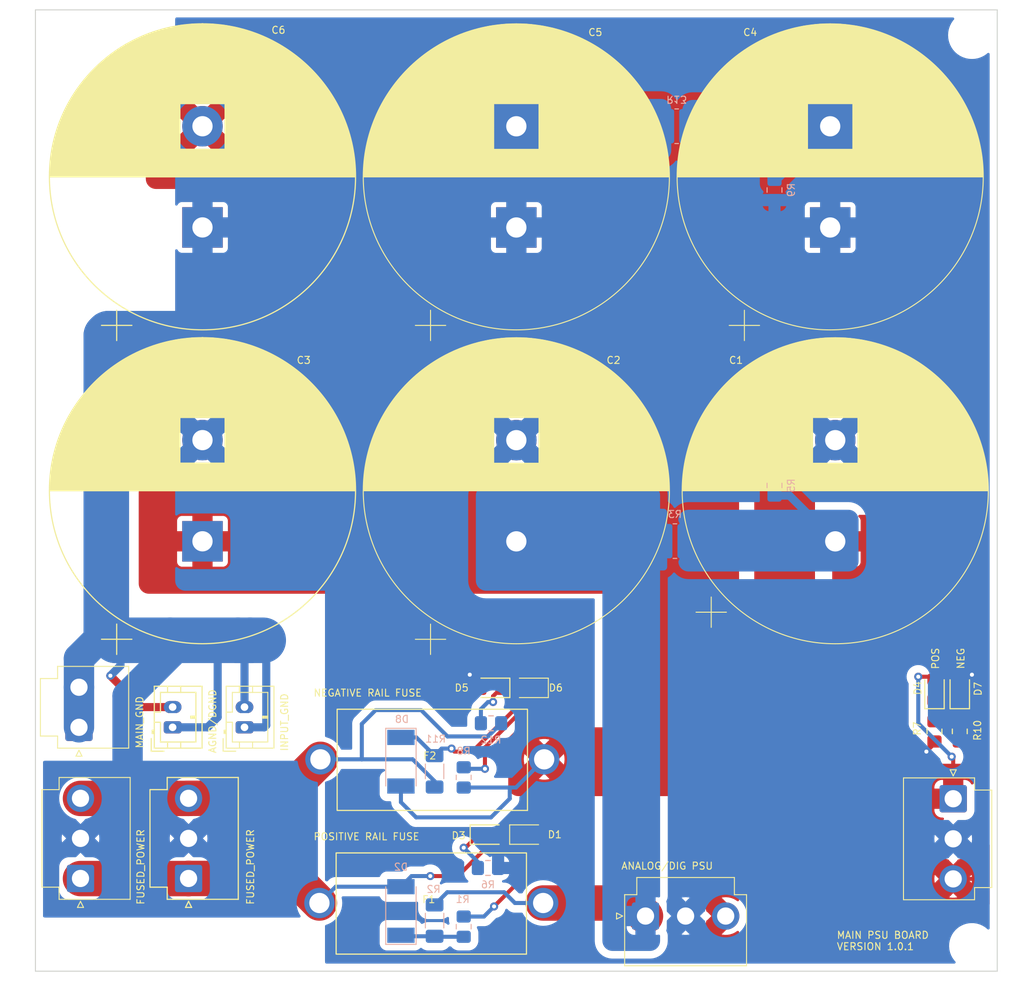
<source format=kicad_pcb>
(kicad_pcb (version 20211014) (generator pcbnew)
  (layers (0 "F.Cu" signal) (31 "B.Cu" signal) (34 "B.Paste" user) (35 "F.Paste" user) (36 "B.SilkS" user "B.Silkscreen") (37 "F.SilkS" user "F.Silkscreen") (38 "B.Mask" user) (39 "F.Mask" user) (44 "Edge.Cuts" user))
  (net 0 "")
  (net 1 "PGND")
  (net 2 "Net-(D1-Pad2)")
  (net 3 "Net-(D2-Pad1)")
  (net 4 "Net-(D3-Pad1)")
  (net 5 "Net-(D4-Pad1)")
  (net 6 "Net-(D5-Pad1)")
  (net 7 "VP1")
  (net 8 "VM1")
  (net 9 "VPOUT")
  (net 10 "VMOUT")
  (net 11 "Net-(D6-Pad2)")
  (net 12 "VPEXT")
  (net 13 "VMEXT")
  (net 14 "Net-(D7-Pad1)")
  (net 15 "Net-(D6-Pad1)")
  (footprint "Capacitor_THT:CP_Radial_D30.0mm_P10.00mm_SnapIn" (layer "F.Cu") (at 181 96.522935 90)
    (fp_text reference "C2" (at 17.900001 9.6 unlocked) (layer "F.SilkS") (effects (font (size 0.7 0.7) (thickness 0.1))))
    (fp_text value "15000U")
    (pad "1" thru_hole rect (at 0 0 90) (size 4 4) (drill 2) (layers *.Cu *.Mask) (net 12 "VPEXT"))
    (pad "2" thru_hole circle (at 10 0 90) (size 4 4) (drill 2) (layers *.Cu *.Mask) (net 1 "PGND"))
  )
  (footprint "MountingHole:MountingHole_3.2mm_M3" (layer "F.Cu") (at 226 46.5)
    (fp_text reference "H4" hide)
    (fp_text value "MountingHole")
    (pad "" np_thru_hole circle (at 0 0) (size 3.2 3.2) (drill 3.2) (layers *.Cu *.Mask))
  )
  (footprint "LED_SMD:LED_0805_2012Metric_Pad1.15x1.40mm_HandSolder" (layer "F.Cu") (at 222.3 111.2 90)
    (fp_text reference "D4" (at 0.175 -1.65 90 unlocked) (layer "F.SilkS") (effects (font (size 0.7 0.7) (thickness 0.1))))
    (fp_text value "YELLOW")
    (pad "1" smd roundrect (at -1.025 0 90) (size 1.15 1.4) (layers "F.Cu" "F.Paste" "F.Mask") (roundrect_rratio 0.2173913043) (net 5 "Net-(D4-Pad1)"))
    (pad "2" smd roundrect (at 1.025 0 90) (size 1.15 1.4) (layers "F.Cu" "F.Paste" "F.Mask") (roundrect_rratio 0.2173913043) (net 7 "VP1"))
  )
  (footprint "Capacitor_THT:CP_Radial_D30.0mm_P10.00mm_SnapIn" (layer "F.Cu") (at 212.5 96.522934 90)
    (fp_text reference "C1" (at 17.9 -9.8 unlocked) (layer "F.SilkS") (effects (font (size 0.7 0.7) (thickness 0.1))))
    (fp_text value "15000U")
    (pad "1" thru_hole rect (at 0 0 90) (size 4 4) (drill 2) (layers *.Cu *.Mask) (net 7 "VP1"))
    (pad "2" thru_hole circle (at 10 0 90) (size 4 4) (drill 2) (layers *.Cu *.Mask) (net 1 "PGND"))
  )
  (footprint "Connector_JST:JST_VH_B3P-VH_1x03_P3.96mm_Vertical" (layer "F.Cu") (at 148.625 129.8375 90)
    (fp_text reference "J3" hide)
    (fp_text value "Conn_01x03_Male")
    (pad "1" thru_hole roundrect (at 0 0 90) (size 2.7 2.7) (drill 1.7) (layers *.Cu *.Mask) (roundrect_rratio 0.09259296296) (net 9 "VPOUT"))
    (pad "2" thru_hole circle (at 3.96 0 90) (size 2.7 2.7) (drill 1.7) (layers *.Cu *.Mask) (net 1 "PGND"))
    (pad "3" thru_hole circle (at 7.92 0 90) (size 2.7 2.7) (drill 1.7) (layers *.Cu *.Mask) (net 10 "VMOUT"))
  )
  (footprint "MountingHole:MountingHole_3.2mm_M3" (layer "F.Cu") (at 136 136.5)
    (fp_text reference "H2" hide)
    (fp_text value "MountingHole")
    (pad "" np_thru_hole circle (at 0 0) (size 3.2 3.2) (drill 3.2) (layers *.Cu *.Mask))
  )
  (footprint "Connector_JST:JST_VH_B3P-VH_1x03_P3.96mm_Vertical" (layer "F.Cu") (at 137.95 129.8375 90)
    (fp_text reference "J2" hide)
    (fp_text value "Conn_01x03_Male")
    (pad "1" thru_hole roundrect (at 0 0 90) (size 2.7 2.7) (drill 1.7) (layers *.Cu *.Mask) (roundrect_rratio 0.09259296296) (net 9 "VPOUT"))
    (pad "2" thru_hole circle (at 3.96 0 90) (size 2.7 2.7) (drill 1.7) (layers *.Cu *.Mask) (net 1 "PGND"))
    (pad "3" thru_hole circle (at 7.92 0 90) (size 2.7 2.7) (drill 1.7) (layers *.Cu *.Mask) (net 10 "VMOUT"))
  )
  (footprint "Connector_JST:JST_VH_B2P-VH-B_1x02_P3.96mm_Vertical" (layer "F.Cu") (at 137.8 114.9 90)
    (fp_text reference "J6" hide)
    (fp_text value "Conn_01x02_Male")
    (pad "1" thru_hole roundrect (at 0 0 90) (size 2.7 2.7) (drill 1.7) (layers *.Cu *.Mask) (roundrect_rratio 0.09259296296) (net 1 "PGND"))
    (pad "2" thru_hole circle (at 3.96 0 90) (size 2.7 2.7) (drill 1.7) (layers *.Cu *.Mask) (net 1 "PGND"))
  )
  (footprint "Capacitor_THT:CP_Radial_D30.0mm_P10.00mm_SnapIn" (layer "F.Cu") (at 212 65.505 90)
    (fp_text reference "C4" (at 19.282066 -7.9 unlocked) (layer "F.SilkS") (effects (font (size 0.7 0.7) (thickness 0.1))))
    (fp_text value "15000U")
    (pad "1" thru_hole rect (at 0 0 90) (size 4 4) (drill 2) (layers *.Cu *.Mask) (net 1 "PGND"))
    (pad "2" thru_hole circle (at 10 0 90) (size 4 4) (drill 2) (layers *.Cu *.Mask) (net 8 "VM1"))
  )
  (footprint "LED_SMD:LED_0805_2012Metric_Pad1.15x1.40mm_HandSolder" (layer "F.Cu") (at 182.2 125.5)
    (fp_text reference "D1" (at 2.6 0 unlocked) (layer "F.SilkS") (effects (font (size 0.7 0.7) (thickness 0.1))))
    (fp_text value "RED")
    (pad "1" smd roundrect (at -1.025 0) (size 1.15 1.4) (layers "F.Cu" "F.Paste" "F.Mask") (roundrect_rratio 0.2173913043) (net 9 "VPOUT"))
    (pad "2" smd roundrect (at 1.025 0) (size 1.15 1.4) (layers "F.Cu" "F.Paste" "F.Mask") (roundrect_rratio 0.2173913043) (net 2 "Net-(D1-Pad2)"))
  )
  (footprint "LED_SMD:LED_0805_2012Metric_Pad1.15x1.40mm_HandSolder" (layer "F.Cu") (at 178.3 125.5)
    (fp_text reference "D3" (at -3 0.1 unlocked) (layer "F.SilkS") (effects (font (size 0.7 0.7) (thickness 0.1))))
    (fp_text value "YELLOW")
    (pad "1" smd roundrect (at -1.025 0) (size 1.15 1.4) (layers "F.Cu" "F.Paste" "F.Mask") (roundrect_rratio 0.2173913043) (net 4 "Net-(D3-Pad1)"))
    (pad "2" smd roundrect (at 1.025 0) (size 1.15 1.4) (layers "F.Cu" "F.Paste" "F.Mask") (roundrect_rratio 0.2173913043) (net 9 "VPOUT"))
  )
  (footprint "Resistor_SMD:R_0805_2012Metric_Pad1.20x1.40mm_HandSolder" (layer "F.Cu") (at 224.8 115.3 -90)
    (fp_text reference "R10" (at -0.1 -1.75 90 unlocked) (layer "F.SilkS") (effects (font (size 0.7 0.7) (thickness 0.1))))
    (fp_text value "9.1K")
    (pad "1" smd roundrect (at -1 0 270) (size 1.2 1.4) (layers "F.Cu" "F.Paste" "F.Mask") (roundrect_rratio 0.2083333333) (net 14 "Net-(D7-Pad1)"))
    (pad "2" smd roundrect (at 1 0 270) (size 1.2 1.4) (layers "F.Cu" "F.Paste" "F.Mask") (roundrect_rratio 0.2083333333) (net 8 "VM1"))
  )
  (footprint "LED_SMD:LED_0805_2012Metric_Pad1.15x1.40mm_HandSolder" (layer "F.Cu") (at 224.8 111.2 90)
    (fp_text reference "D7" (at 0.1 1.8 90 unlocked) (layer "F.SilkS") (effects (font (size 0.7 0.7) (thickness 0.1))))
    (fp_text value "BLUE")
    (pad "1" smd roundrect (at -1.025 0 90) (size 1.15 1.4) (layers "F.Cu" "F.Paste" "F.Mask") (roundrect_rratio 0.2173913043) (net 14 "Net-(D7-Pad1)"))
    (pad "2" smd roundrect (at 1.025 0 90) (size 1.15 1.4) (layers "F.Cu" "F.Paste" "F.Mask") (roundrect_rratio 0.2173913043) (net 1 "PGND"))
  )
  (footprint "Connector_JST:JST_PH_B2B-PH-K_1x02_P2.00mm_Vertical" (layer "F.Cu") (at 147.05 114.9 90)
    (fp_text reference "J5" hide)
    (fp_text value "Conn_01x02_Male")
    (pad "1" thru_hole roundrect (at 0 0 90) (size 1.2 1.75) (drill 0.75) (layers *.Cu *.Mask) (roundrect_rratio 0.2083333333) (net 1 "PGND"))
    (pad "2" thru_hole oval (at 2 0 90) (size 1.2 1.75) (drill 0.75) (layers *.Cu *.Mask) (net 1 "PGND"))
  )
  (footprint "LED_SMD:LED_0805_2012Metric_Pad1.15x1.40mm_HandSolder" (layer "F.Cu") (at 178.5 111 180)
    (fp_text reference "D5" (at 2.9 0 unlocked) (layer "F.SilkS") (effects (font (size 0.7 0.7) (thickness 0.1))))
    (fp_text value "BLUE")
    (pad "1" smd roundrect (at -1.025 0 180) (size 1.15 1.4) (layers "F.Cu" "F.Paste" "F.Mask") (roundrect_rratio 0.2173913043) (net 6 "Net-(D5-Pad1)"))
    (pad "2" smd roundrect (at 1.025 0 180) (size 1.15 1.4) (layers "F.Cu" "F.Paste" "F.Mask") (roundrect_rratio 0.2173913043) (net 1 "PGND"))
  )
  (footprint "Capacitor_THT:CP_Radial_D30.0mm_P10.00mm_SnapIn" (layer "F.Cu") (at 181 65.505 90)
    (fp_text reference "C5" (at 19.282066 7.8 unlocked) (layer "F.SilkS") (effects (font (size 0.7 0.7) (thickness 0.1))))
    (fp_text value "15000U")
    (pad "1" thru_hole rect (at 0 0 90) (size 4 4) (drill 2) (layers *.Cu *.Mask) (net 1 "PGND"))
    (pad "2" thru_hole circle (at 10 0 90) (size 4 4) (drill 2) (layers *.Cu *.Mask) (net 13 "VMEXT"))
  )
  (footprint "Connector_JST:JST_VH_B3P-VH_1x03_P3.96mm_Vertical" (layer "F.Cu") (at 224.15 121.9575 -90)
    (fp_text reference "J7" hide)
    (fp_text value "Conn_01x03_Male")
    (pad "1" thru_hole roundrect (at 0 0 270) (size 2.7 2.7) (drill 1.7) (layers *.Cu *.Mask) (roundrect_rratio 0.09259296296) (net 7 "VP1"))
    (pad "2" thru_hole circle (at 3.96 0 270) (size 2.7 2.7) (drill 1.7) (layers *.Cu *.Mask) (net 1 "PGND"))
    (pad "3" thru_hole circle (at 7.92 0 270) (size 2.7 2.7) (drill 1.7) (layers *.Cu *.Mask) (net 8 "VM1"))
  )
  (footprint "LED_SMD:LED_0805_2012Metric_Pad1.15x1.40mm_HandSolder" (layer "F.Cu") (at 182.3 111 180)
    (fp_text reference "D6" (at -2.6 0.004169 unlocked) (layer "F.SilkS") (effects (font (size 0.7 0.7) (thickness 0.1))))
    (fp_text value "RED")
    (pad "1" smd roundrect (at -1.025 0 180) (size 1.15 1.4) (layers "F.Cu" "F.Paste" "F.Mask") (roundrect_rratio 0.2173913043) (net 15 "Net-(D6-Pad1)"))
    (pad "2" smd roundrect (at 1.025 0 180) (size 1.15 1.4) (layers "F.Cu" "F.Paste" "F.Mask") (roundrect_rratio 0.2173913043) (net 11 "Net-(D6-Pad2)"))
  )
  (footprint "Fuse:5x20mm AliExpress 250V 6A" (layer "F.Cu") (at 172.35 125.7125 180)
    (fp_text reference "F1" (at 0 -6.2 unlocked) (layer "F.SilkS") (effects (font (size 0.7 0.7) (thickness 0.1))))
    (fp_text value "Fuse_Small")
    (pad "1" thru_hole circle (at -11.3 -6.55 180) (size 3 3) (drill 2) (layers *.Cu *.Mask) (net 12 "VPEXT"))
    (pad "2" thru_hole circle (at 10.8 -6.55 180) (size 3 3) (drill 2) (layers *.Cu *.Mask) (net 9 "VPOUT"))
  )
  (footprint "Connector_JST:JST_PH_B2B-PH-K_1x02_P2.00mm_Vertical" (layer "F.Cu") (at 154.15 114.9 90)
    (fp_text reference "J4" hide)
    (fp_text value "Conn_01x02_Male")
    (pad "1" thru_hole roundrect (at 0 0 90) (size 1.2 1.75) (drill 0.75) (layers *.Cu *.Mask) (roundrect_rratio 0.2083333333) (net 1 "PGND"))
    (pad "2" thru_hole oval (at 2 0 90) (size 1.2 1.75) (drill 0.75) (layers *.Cu *.Mask) (net 1 "PGND"))
  )
  (footprint "MountingHole:MountingHole_3mm" (layer "F.Cu") (at 226 136.5)
    (fp_text reference "H1" hide)
    (fp_text value "MountingHole")
    (pad "" np_thru_hole circle (at 0 0) (size 3 3) (drill 3) (layers *.Cu *.Mask))
  )
  (footprint "Capacitor_THT:CP_Radial_D30.0mm_P10.00mm_SnapIn" (layer "F.Cu") (at 150 65.5 90)
    (fp_text reference "C6" (at 19.5 7.5 unlocked) (layer "F.SilkS") (effects (font (size 0.7 0.7) (thickness 0.1))))
    (fp_text value "15000U")
    (pad "1" thru_hole rect (at 0 0 90) (size 4 4) (drill 2) (layers *.Cu *.Mask) (net 1 "PGND"))
    (pad "2" thru_hole circle (at 10 0 90) (size 4 4) (drill 2) (layers *.Cu *.Mask) (net 13 "VMEXT"))
  )
  (footprint "Capacitor_THT:CP_Radial_D30.0mm_P10.00mm_SnapIn" (layer "F.Cu") (at 150 96.517934 90)
    (fp_text reference "C3" (at 17.895 10 unlocked) (layer "F.SilkS") (effects (font (size 0.7 0.7) (thickness 0.1))))
    (fp_text value "15000U")
    (pad "1" thru_hole rect (at 0 0 90) (size 4 4) (drill 2) (layers *.Cu *.Mask) (net 12 "VPEXT"))
    (pad "2" thru_hole circle (at 10 0 90) (size 4 4) (drill 2) (layers *.Cu *.Mask) (net 1 "PGND"))
  )
  (footprint "Connector_JST:JST_VH_B3P-VH_1x03_P3.96mm_Vertical" (layer "F.Cu") (at 193.7575 133.55)
    (fp_text reference "J1" hide)
    (fp_text value "Conn_01x03_Male")
    (pad "1" thru_hole roundrect (at 0 0) (size 2.7 2.7) (drill 1.7) (layers *.Cu *.Mask) (roundrect_rratio 0.09259296296) (net 12 "VPEXT"))
    (pad "2" thru_hole circle (at 3.96 0) (size 2.7 2.7) (drill 1.7) (layers *.Cu *.Mask) (net 1 "PGND"))
    (pad "3" thru_hole circle (at 7.92 0) (size 2.7 2.7) (drill 1.7) (layers *.Cu *.Mask) (net 13 "VMEXT"))
  )
  (footprint "Fuse:5x20mm AliExpress 250V 6A" (layer "F.Cu") (at 172.45 111.5125 180)
    (fp_text reference "F2" (at 0 -6.2 unlocked) (layer "F.SilkS") (effects (font (size 0.7 0.7) (thickness 0.1))))
    (fp_text value "Fuse_Small")
    (pad "1" thru_hole circle (at -11.3 -6.55 180) (size 3 3) (drill 2) (layers *.Cu *.Mask) (net 13 "VMEXT"))
    (pad "2" thru_hole circle (at 10.8 -6.55 180) (size 3 3) (drill 2) (layers *.Cu *.Mask) (net 10 "VMOUT"))
  )
  (footprint "Resistor_SMD:R_0805_2012Metric_Pad1.20x1.40mm_HandSolder" (layer "F.Cu") (at 222.3 115.3 -90)
    (fp_text reference "R7" (at -0.275 1.7 90 unlocked) (layer "F.SilkS") (effects (font (size 0.7 0.7) (thickness 0.1))))
    (fp_text value "9.1K")
    (pad "1" smd roundrect (at -1 0 270) (size 1.2 1.4) (layers "F.Cu" "F.Paste" "F.Mask") (roundrect_rratio 0.2083333333) (net 5 "Net-(D4-Pad1)"))
    (pad "2" smd roundrect (at 1 0 270) (size 1.2 1.4) (layers "F.Cu" "F.Paste" "F.Mask") (roundrect_rratio 0.2083333333) (net 1 "PGND"))
  )
  (footprint "MountingHole:MountingHole_3mm" (layer "F.Cu") (at 136 46.5)
    (fp_text reference "H3" hide)
    (fp_text value "MountingHole")
    (pad "" np_thru_hole circle (at 0 0) (size 3 3) (drill 3) (layers *.Cu *.Mask))
  )
  (footprint "Diode_SMD:D_MELF" (layer "B.Cu") (at 169.6 118.3 -90)
    (fp_text reference "D8" (at -4.2 -0.1 unlocked) (layer "B.SilkS") (effects (font (size 0.7 0.7) (thickness 0.1)) (justify mirror)))
    (fp_text value "5V")
    (pad "1" smd rect (at -2.4 0 270) (size 1.5 2.7) (layers "B.Cu" "B.Paste" "B.Mask") (net 11 "Net-(D6-Pad2)"))
    (pad "2" smd rect (at 2.4 0 270) (size 1.5 2.7) (layers "B.Cu" "B.Paste" "B.Mask") (net 13 "VMEXT"))
  )
  (footprint "Resistor_SMD:R_1206_3216Metric_Pad1.30x1.75mm_HandSolder" (layer "B.Cu") (at 172.925 119.25 90)
    (fp_text reference "R11" (at 3.2 0.1 unlocked) (layer "B.SilkS") (effects (font (size 0.7 0.7) (thickness 0.1)) (justify mirror)))
    (fp_text value "3.5K")
    (pad "1" smd roundrect (at -1.55 0 90) (size 1.3 1.75) (layers "B.Cu" "B.Paste" "B.Mask") (roundrect_rratio 0.1923076923) (net 10 "VMOUT"))
    (pad "2" smd roundrect (at 1.55 0 90) (size 1.3 1.75) (layers "B.Cu" "B.Paste" "B.Mask") (roundrect_rratio 0.1923076923) (net 11 "Net-(D6-Pad2)"))
  )
  (footprint "Resistor_SMD:R_0612_1632Metric_Pad1.18x3.40mm_HandSolder" (layer "B.Cu") (at 196.8375 55.5 180)
    (fp_text reference "R13" (at 0 2.65 180 unlocked) (layer "B.SilkS") (effects (font (size 0.7 0.7) (thickness 0.1)) (justify mirror)))
    (fp_text value "0.05")
    (pad "1" smd roundrect (at -0.8375 0 180) (size 1.175 3.4) (layers "B.Cu" "B.Paste" "B.Mask") (roundrect_rratio 0.2127659574) (net 8 "VM1"))
    (pad "2" smd roundrect (at 0.8375 0 180) (size 1.175 3.4) (layers "B.Cu" "B.Paste" "B.Mask") (roundrect_rratio 0.2127659574) (net 13 "VMEXT"))
  )
  (footprint "Resistor_SMD:R_1206_3216Metric_Pad1.30x1.75mm_HandSolder" (layer "B.Cu") (at 172.925 134 -90)
    (fp_text reference "R2" (at -3.1 0.1 unlocked) (layer "B.SilkS") (effects (font (size 0.7 0.7) (thickness 0.1)) (justify mirror)))
    (fp_text value "3.5K")
    (pad "1" smd roundrect (at -1.55 0 270) (size 1.3 1.75) (layers "B.Cu" "B.Paste" "B.Mask") (roundrect_rratio 0.1923076923) (net 12 "VPEXT"))
    (pad "2" smd roundrect (at 1.55 0 270) (size 1.3 1.75) (layers "B.Cu" "B.Paste" "B.Mask") (roundrect_rratio 0.1923076923) (net 3 "Net-(D2-Pad1)"))
  )
  (footprint "Resistor_SMD:R_0805_2012Metric_Pad1.20x1.40mm_HandSolder" (layer "B.Cu") (at 178.5 114.5)
    (fp_text reference "R12" (at 0 1.65 unlocked) (layer "B.SilkS") (effects (font (size 0.7 0.7) (thickness 0.1)) (justify mirror)))
    (fp_text value "9.1K")
    (pad "1" smd roundrect (at -1 0) (size 1.2 1.4) (layers "B.Cu" "B.Paste" "B.Mask") (roundrect_rratio 0.2083333333) (net 6 "Net-(D5-Pad1)"))
    (pad "2" smd roundrect (at 1 0) (size 1.2 1.4) (layers "B.Cu" "B.Paste" "B.Mask") (roundrect_rratio 0.2083333333) (net 10 "VMOUT"))
  )
  (footprint "Resistor_SMD:R_0805_2012Metric_Pad1.20x1.40mm_HandSolder" (layer "B.Cu") (at 206.5 91 90)
    (fp_text reference "R5" (at 0 1.65 90 unlocked) (layer "B.SilkS") (effects (font (size 0.7 0.7) (thickness 0.1)) (justify mirror)))
    (fp_text value "20K")
    (pad "1" smd roundrect (at -1 0 90) (size 1.2 1.4) (layers "B.Cu" "B.Paste" "B.Mask") (roundrect_rratio 0.2083333333) (net 7 "VP1"))
    (pad "2" smd roundrect (at 1 0 90) (size 1.2 1.4) (layers "B.Cu" "B.Paste" "B.Mask") (roundrect_rratio 0.2083333333) (net 1 "PGND"))
  )
  (footprint "Resistor_SMD:R_0805_2012Metric_Pad1.20x1.40mm_HandSolder" (layer "B.Cu") (at 175.8 119.85 90)
    (fp_text reference "R8" (at 2.6 0 unlocked) (layer "B.SilkS") (effects (font (size 0.7 0.7) (thickness 0.1)) (justify mirror)))
    (fp_text value "560R")
    (pad "1" smd roundrect (at -1 0 90) (size 1.2 1.4) (layers "B.Cu" "B.Paste" "B.Mask") (roundrect_rratio 0.2083333333) (net 13 "VMEXT"))
    (pad "2" smd roundrect (at 1 0 90) (size 1.2 1.4) (layers "B.Cu" "B.Paste" "B.Mask") (roundrect_rratio 0.2083333333) (net 15 "Net-(D6-Pad1)"))
  )
  (footprint "Diode_SMD:D_MELF" (layer "B.Cu") (at 169.6 133.05 90)
    (fp_text reference "D2" (at 4.35 0 unlocked) (layer "B.SilkS") (effects (font (size 0.7 0.7) (thickness 0.1)) (justify mirror)))
    (fp_text value "5V")
    (pad "1" smd rect (at -2.4 0 90) (size 1.5 2.7) (layers "B.Cu" "B.Paste" "B.Mask") (net 3 "Net-(D2-Pad1)"))
    (pad "2" smd rect (at 2.4 0 90) (size 1.5 2.7) (layers "B.Cu" "B.Paste" "B.Mask") (net 9 "VPOUT"))
  )
  (footprint "Resistor_SMD:R_0805_2012Metric_Pad1.20x1.40mm_HandSolder" (layer "B.Cu") (at 206.5 61.8 90)
    (fp_text reference "R9" (at 0 1.65 90 unlocked) (layer "B.SilkS") (effects (font (size 0.7 0.7) (thickness 0.1)) (justify mirror)))
    (fp_text value "20K")
    (pad "1" smd roundrect (at -1 0 90) (size 1.2 1.4) (layers "B.Cu" "B.Paste" "B.Mask") (roundrect_rratio 0.2083333333) (net 1 "PGND"))
    (pad "2" smd roundrect (at 1 0 90) (size 1.2 1.4) (layers "B.Cu" "B.Paste" "B.Mask") (roundrect_rratio 0.2083333333) (net 8 "VM1"))
  )
  (footprint "Resistor_SMD:R_0612_1632Metric_Pad1.18x3.40mm_HandSolder" (layer "B.Cu") (at 196.6625 96.5 180)
    (fp_text reference "R3" (at 0 2.65 unlocked) (layer "B.SilkS") (effects (font (size 0.7 0.7) (thickness 0.1)) (justify mirror)))
    (fp_text value "0.05")
    (pad "1" smd roundrect (at -0.8375 0 180) (size 1.175 3.4) (layers "B.Cu" "B.Paste" "B.Mask") (roundrect_rratio 0.2127659574) (net 7 "VP1"))
    (pad "2" smd roundrect (at 0.8375 0 180) (size 1.175 3.4) (layers "B.Cu" "B.Paste" "B.Mask") (roundrect_rratio 0.2127659574) (net 12 "VPEXT"))
  )
  (footprint "Resistor_SMD:R_0805_2012Metric_Pad1.20x1.40mm_HandSolder" (layer "B.Cu") (at 175.8 134.6 90)
    (fp_text reference "R1" (at 2.7 -0.1 unlocked) (layer "B.SilkS") (effects (font (size 0.7 0.7) (thickness 0.1)) (justify mirror)))
    (fp_text value "560R")
    (pad "1" smd roundrect (at -1 0 90) (size 1.2 1.4) (layers "B.Cu" "B.Paste" "B.Mask") (roundrect_rratio 0.2083333333) (net 3 "Net-(D2-Pad1)"))
    (pad "2" smd roundrect (at 1 0 90) (size 1.2 1.4) (layers "B.Cu" "B.Paste" "B.Mask") (roundrect_rratio 0.2083333333) (net 2 "Net-(D1-Pad2)"))
  )
  (footprint "Resistor_SMD:R_0805_2012Metric_Pad1.20x1.40mm_HandSolder" (layer "B.Cu") (at 178.2 128.8)
    (fp_text reference "R6" (at 0 1.65 unlocked) (layer "B.SilkS") (effects (font (size 0.7 0.7) (thickness 0.1)) (justify mirror)))
    (fp_text value "9.1K")
    (pad "1" smd roundrect (at -1 0) (size 1.2 1.4) (layers "B.Cu" "B.Paste" "B.Mask") (roundrect_rratio 0.2083333333) (net 4 "Net-(D3-Pad1)"))
    (pad "2" smd roundrect (at 1 0) (size 1.2 1.4) (layers "B.Cu" "B.Paste" "B.Mask") (roundrect_rratio 0.2083333333) (net 1 "PGND"))
  )
  (gr_line (start 228.5 44) (end 133.5 44) (layer "Edge.Cuts") (width 0.1))
  (gr_line (start 228.5 139) (end 228.5 44) (layer "Edge.Cuts") (width 0.1))
  (gr_line (start 133.5 44) (end 133.5 139) (layer "Edge.Cuts") (width 0.1))
  (gr_line (start 133.5 139) (end 228.5 139) (layer "Edge.Cuts") (width 0.1))
  (gr_text "FUSED_POWER" (at 143.9 128.7 90) (layer "F.SilkS") (effects (font (size 0.7 0.7) (thickness 0.1))))
  (gr_text "ANALOG/DIG PSU" (at 195.9 128.6) (layer "F.SilkS") (effects (font (size 0.7 0.7) (thickness 0.1))))
  (gr_text "FUSED_POWER\n\n" (at 155.3 128.7 90) (layer "F.SilkS") (effects (font (size 0.7 0.7) (thickness 0.1))))
  (gr_text "MAIN PSU BOARD\nVERSION 1.0.1" (at 212.6 136) (layer "F.SilkS") (effects (font (size 0.7 0.7) (thickness 0.1)) (justify left)))
  (gr_text "POSITIVE RAIL FUSE" (at 166.2 125.7) (layer "F.SilkS") (effects (font (size 0.7 0.7) (thickness 0.1))))
  (gr_text "MAIN_GND" (at 143.8 114.4 90) (layer "F.SilkS") (effects (font (size 0.7 0.7) (thickness 0.1))))
  (gr_text "NEGATIVE RAIL FUSE" (at 166.316667 111.5) (layer "F.SilkS") (effects (font (size 0.7 0.7) (thickness 0.1))))
  (gr_text "POS" (at 222.4 108.1 90) (layer "F.SilkS") (effects (font (size 0.7 0.7) (thickness 0.1))))
  (gr_text "INPUT_GND" (at 158.1 114.4 90) (layer "F.SilkS") (effects (font (size 0.7 0.7) (thickness 0.1))))
  (gr_text "AGND/DGND" (at 151 114.3 90) (layer "F.SilkS") (effects (font (size 0.7 0.7) (thickness 0.1))))
  (gr_text "NEG\n" (at 224.9 108.1 90) (layer "F.SilkS") (effects (font (size 0.7 0.7) (thickness 0.1))))
  (segment (start 177.475 110.775) (end 176.4 109.7) (width 0.4) (layer "F.Cu") (net 1))
  (segment (start 144 112.9) (end 140.9 109.8) (width 0.8) (layer "F.Cu") (net 1))
  (segment (start 225.525 110.175) (end 226 109.7) (width 0.4) (layer "F.Cu") (net 1))
  (segment (start 222.3 116.5) (end 221.5 117.3) (width 0.4) (layer "F.Cu") (net 1))
  (segment (start 224.8 110.175) (end 225.525 110.175) (width 0.4) (layer "F.Cu") (net 1))
  (segment (start 147.05 112.9) (end 144 112.9) (width 0.8) (layer "F.Cu") (net 1))
  (via (at 176.4 109.7) (size 0.8) (drill 0.4) (layers "F.Cu" "B.Cu") (net 1))
  (via (at 226 109.7) (size 0.8) (drill 0.4) (layers "F.Cu" "B.Cu") (net 1))
  (via (at 221.5 117.3) (size 0.8) (drill 0.4) (layers "F.Cu" "B.Cu") (net 1))
  (via (at 140.9 109.8) (size 0.8) (drill 0.4) (layers "F.Cu" "B.Cu") (net 1))
  (segment (start 151.1 76) (end 140.7 76) (width 4.5) (layer "B.Cu") (net 1))
  (segment (start 150.5 114.9) (end 151.5 113.9) (width 0.8) (layer "B.Cu") (net 1))
  (segment (start 154.7 106.3) (end 156 106.3) (width 4.5) (layer "B.Cu") (net 1))
  (segment (start 156.3 106.6) (end 156 106.3) (width 0.8) (layer "B.Cu") (net 1))
  (segment (start 140.7 76) (end 140.5 76.2) (width 4.5) (layer "B.Cu") (net 1))
  (segment (start 141.9 106.8) (end 141.9 108.8) (width 0.8) (layer "B.Cu") (net 1))
  (segment (start 142.6 119.1) (end 142.6 111.8) (width 3) (layer "B.Cu") (net 1))
  (segment (start 146.8 107.6) (end 146.8 106.3) (width 3) (layer "B.Cu") (net 1))
  (segment (start 151.5 113.9) (end 151.5 108.3) (width 0.8) (layer "B.Cu") (net 1))
  (segment (start 156.1 114.9) (end 156.3 114.7) (width 0.8) (layer "B.Cu") (net 1))
  (segment (start 137.8 110.94) (end 137.8 108.1) (width 3) (layer "B.Cu") (net 1))
  (segment (start 146.8 106.3) (end 153.5 106.3) (width 4.5) (layer "B.Cu") (net 1))
  (segment (start 141.9 108.8) (end 140.9 109.8) (width 0.8) (layer "B.Cu") (net 1))
  (segment (start 151.5 108.3) (end 153.5 106.3) (width 0.8) (layer "B.Cu") (net 1))
  (segment (start 154.15 114.9) (end 156.1 114.9) (width 0.8) (layer "B.Cu") (net 1))
  (segment (start 141.1 106) (end 141.4 106.3) (width 4.5) (layer "B.Cu") (net 1))
  (segment (start 137.8 108.1) (end 140.5 105.4) (width 3) (layer "B.Cu") (net 1))
  (segment (start 141.4 106.3) (end 146.8 106.3) (width 4.5) (layer "B.Cu") (net 1))
  (segment (start 154.15 106.85) (end 154.7 106.3) (width 0.8) (layer "B.Cu") (net 1))
  (segment (start 156.3 114.7) (end 156.3 106.6) (width 0.8) (layer "B.Cu") (net 1))
  (segment (start 140.5 105.4) (end 141.1 106) (width 4.5) (layer "B.Cu") (net 1))
  (segment (start 142.6 111.8) (end 146.8 107.6) (width 3) (layer "B.Cu") (net 1))
  (segment (start 141.4 106.3) (end 141.9 106.8) (width 0.8) (layer "B.Cu") (net 1))
  (segment (start 147.05 114.9) (end 150.5 114.9) (width 0.8) (layer "B.Cu") (net 1))
  (segment (start 137.8 110.94) (end 137.8 114.9) (width 3) (layer "B.Cu") (net 1))
  (segment (start 140.5 76.2) (end 140.5 105.4) (width 4.5) (layer "B.Cu") (net 1))
  (segment (start 153.5 106.3) (end 154.7 106.3) (width 4.5) (layer "B.Cu") (net 1))
  (segment (start 154.15 112.9) (end 154.15 106.85) (width 0.8) (layer "B.Cu") (net 1))
  (segment (start 178.8 132.6) (end 182.4 129) (width 0.4) (layer "F.Cu") (net 2))
  (segment (start 182.4 126.325) (end 183.225 125.5) (width 0.4) (layer "F.Cu") (net 2))
  (segment (start 182.4 129) (end 182.4 126.325) (width 0.4) (layer "F.Cu") (net 2))
  (via (at 178.8 132.6) (size 0.8) (drill 0.4) (layers "F.Cu" "B.Cu") (net 2))
  (segment (start 175.8 133.6) (end 177.8 133.6) (width 0.4) (layer "B.Cu") (net 2))
  (segment (start 177.8 133.6) (end 178.8 132.6) (width 0.4) (layer "B.Cu") (net 2))
  (segment (start 175.8 135.6) (end 172.975 135.6) (width 0.4) (layer "B.Cu") (net 3))
  (segment (start 172.925 135.55) (end 169.7 135.55) (width 0.4) (layer "B.Cu") (net 3))
  (segment (start 175.8 126.8) (end 175.975 126.8) (width 0.4) (layer "F.Cu") (net 4))
  (segment (start 175.975 126.8) (end 177.275 125.5) (width 0.4) (layer "F.Cu") (net 4))
  (via (at 175.8 126.8) (size 0.8) (drill 0.4) (layers "F.Cu" "B.Cu") (net 4))
  (segment (start 177.2 128.8) (end 177.2 128.2) (width 0.4) (layer "B.Cu") (net 4))
  (segment (start 177.2 128.2) (end 175.8 126.8) (width 0.4) (layer "B.Cu") (net 4))
  (segment (start 222.3 112.225) (end 222.3 114.3) (width 0.4) (layer "F.Cu") (net 5))
  (segment (start 178.7 111.825) (end 179.525 111) (width 0.4) (layer "F.Cu") (net 6))
  (segment (start 178.7 112.4) (end 178.7 111.825) (width 0.4) (layer "F.Cu") (net 6))
  (via (at 178.7 112.4) (size 0.8) (drill 0.4) (layers "F.Cu" "B.Cu") (net 6))
  (segment (start 177.5 114.5) (end 177.5 113.1) (width 0.4) (layer "B.Cu") (net 6))
  (segment (start 177.5 113.1) (end 178.2 112.4) (width 0.4) (layer "B.Cu") (net 6))
  (segment (start 178.2 112.4) (end 178.7 112.4) (width 0.4) (layer "B.Cu") (net 6))
  (segment (start 224.15 121.9575) (end 224.15 117.95) (width 0.4) (layer "F.Cu") (net 7))
  (segment (start 220.7 109.9) (end 222.025 109.9) (width 0.4) (layer "F.Cu") (net 7))
  (segment (start 224.15 117.95) (end 224 117.8) (width 0.4) (layer "F.Cu") (net 7))
  (via (at 224 117.8) (size 0.8) (drill 0.4) (layers "F.Cu" "B.Cu") (net 7))
  (via (at 220.7 109.9) (size 0.8) (drill 0.4) (layers "F.Cu" "B.Cu") (net 7))
  (segment (start 207.977066 92) (end 212.5 96.522934) (width 0.8) (layer "B.Cu") (net 7))
  (segment (start 206.5 92) (end 207.977066 92) (width 0.8) (layer "B.Cu") (net 7))
  (segment (start 220.7 114.5) (end 220.7 109.9) (width 0.4) (layer "B.Cu") (net 7))
  (segment (start 224 117.8) (end 220.7 114.5) (width 0.4) (layer "B.Cu") (net 7))
  (segment (start 224.8 116.3) (end 227.1 118.6) (width 0.4) (layer "F.Cu") (net 8))
  (segment (start 227.1 118.6) (end 227.1 128.9) (width 0.4) (layer "F.Cu") (net 8))
  (segment (start 227.1 128.9) (end 226.1225 129.8775) (width 0.4) (layer "F.Cu") (net 8))
  (segment (start 226.1225 129.8775) (end 224.15 129.8775) (width 0.4) (layer "F.Cu") (net 8))
  (segment (start 206.705 60.8) (end 212 55.505) (width 0.8) (layer "B.Cu") (net 8))
  (segment (start 172.5 129.6) (end 175.225 129.6) (width 0.4) (layer "F.Cu") (net 9))
  (segment (start 148.625 129.8375) (end 159.125 129.8375) (width 3.5) (layer "F.Cu") (net 9))
  (segment (start 181.175 125.5) (end 179.325 125.5) (width 0.4) (layer "F.Cu") (net 9))
  (segment (start 148.615 129.8475) (end 148.625 129.8375) (width 3.5) (layer "F.Cu") (net 9))
  (segment (start 159.125 129.8375) (end 161.55 132.2625) (width 3.5) (layer "F.Cu") (net 9))
  (segment (start 179.325 125.5) (end 175.225 129.6) (width 0.4) (layer "F.Cu") (net 9))
  (segment (start 137.95 129.8475) (end 148.615 129.8475) (width 3.5) (layer "F.Cu") (net 9))
  (via (at 172.5 129.6) (size 0.8) (drill 0.4) (layers "F.Cu" "B.Cu") (net 9))
  (segment (start 163.1625 130.65) (end 161.55 132.2625) (width 0.4) (layer "B.Cu") (net 9))
  (segment (start 170.65 129.6) (end 169.6 130.65) (width 0.4) (layer "B.Cu") (net 9))
  (segment (start 169.6 130.65) (end 163.1625 130.65) (width 0.4) (layer "B.Cu") (net 9))
  (segment (start 172.5 129.6) (end 170.65 129.6) (width 0.4) (layer "B.Cu") (net 9))
  (segment (start 137.95 121.9275) (end 148.615 121.9275) (width 3.5) (layer "F.Cu") (net 10))
  (segment (start 157.795 121.9175) (end 161.65 118.0625) (width 3.5) (layer "F.Cu") (net 10))
  (segment (start 148.625 121.9175) (end 157.795 121.9175) (width 3.5) (layer "F.Cu") (net 10))
  (segment (start 148.615 121.9275) (end 148.625 121.9175) (width 3.5) (layer "F.Cu") (net 10))
  (segment (start 172.925 120.225) (end 170.7625 118.0625) (width 0.4) (layer "B.Cu") (net 10))
  (segment (start 179.5 114.5) (end 178.2 115.8) (width 0.4) (layer "B.Cu") (net 10))
  (segment (start 172.925 120.8) (end 172.925 120.225) (width 0.4) (layer "B.Cu") (net 10))
  (segment (start 165.7375 118.0625) (end 161.65 118.0625) (width 0.4) (layer "B.Cu") (net 10))
  (segment (start 167.1 113.2) (end 165.7375 114.5625) (width 0.4) (layer "B.Cu") (net 10))
  (segment (start 174.2 115.8) (end 171.6 113.2) (width 0.4) (layer "B.Cu") (net 10))
  (segment (start 178.2 115.8) (end 174.2 115.8) (width 0.4) (layer "B.Cu") (net 10))
  (segment (start 171.6 113.2) (end 167.1 113.2) (width 0.4) (layer "B.Cu") (net 10))
  (segment (start 165.7375 114.5625) (end 165.7375 118.0625) (width 0.4) (layer "B.Cu") (net 10))
  (segment (start 170.7625 118.0625) (end 165.7375 118.0625) (width 0.4) (layer "B.Cu") (net 10))
  (segment (start 181.275 111) (end 181.275 112.677178) (width 0.4) (layer "F.Cu") (net 11))
  (segment (start 181.275 112.677178) (end 176.652178 117.3) (width 0.4) (layer "F.Cu") (net 11))
  (segment (start 176.652178 117.3) (end 174.9 117.3) (width 0.4) (layer "F.Cu") (net 11))
  (segment (start 174.9 117.3) (end 174.6 117) (width 0.4) (layer "F.Cu") (net 11))
  (via (at 174.6 117) (size 0.8) (drill 0.4) (layers "F.Cu" "B.Cu") (net 11))
  (segment (start 171.125 115.9) (end 172.925 117.7) (width 0.4) (layer "B.Cu") (net 11))
  (segment (start 169.6 115.9) (end 171.125 115.9) (width 0.4) (layer "B.Cu") (net 11))
  (segment (start 173.625 117) (end 172.925 117.7) (width 0.4) (layer "B.Cu") (net 11))
  (segment (start 174.6 117) (end 173.625 117) (width 0.4) (layer "B.Cu") (net 11))
  (segment (start 192.47 132.2625) (end 193.7575 133.55) (width 3.5) (layer "F.Cu") (net 12))
  (segment (start 183.65 132.2625) (end 192.47 132.2625) (width 3.5) (layer "F.Cu") (net 12))
  (segment (start 179.8 131.2) (end 180.8625 132.2625) (width 0.4) (layer "B.Cu") (net 12))
  (segment (start 174.175 131.2) (end 179.8 131.2) (width 0.4) (layer "B.Cu") (net 12))
  (segment (start 172.925 132.45) (end 174.175 131.2) (width 0.4) (layer "B.Cu") (net 12))
  (segment (start 180.8625 132.2625) (end 183.65 132.2625) (width 0.4) (layer "B.Cu") (net 12))
  (segment (start 171.1 123.8) (end 178.5 123.8) (width 0.4) (layer "B.Cu") (net 13))
  (segment (start 175.8 120.85) (end 180.35 120.85) (width 0.4) (layer "B.Cu") (net 13))
  (segment (start 169.6 120.7) (end 169.6 122.3) (width 0.4) (layer "B.Cu") (net 13))
  (segment (start 180.35 121.95) (end 180.35 120.85) (width 0.4) (layer "B.Cu") (net 13))
  (segment (start 180.9625 120.85) (end 183.75 118.0625) (width 0.4) (layer "B.Cu") (net 13))
  (segment (start 169.6 122.3) (end 171.1 123.8) (width 0.4) (layer "B.Cu") (net 13))
  (segment (start 180.35 120.85) (end 180.9625 120.85) (width 0.4) (layer "B.Cu") (net 13))
  (segment (start 178.5 123.8) (end 180.35 121.95) (width 0.4) (layer "B.Cu") (net 13))
  (segment (start 224.8 112.225) (end 224.8 114.3) (width 0.4) (layer "F.Cu") (net 14))
  (segment (start 177.9 116.9) (end 177.9 119) (width 0.4) (layer "F.Cu") (net 15))
  (segment (start 183.325 111) (end 183.325 111.475) (width 0.4) (layer "F.Cu") (net 15))
  (segment (start 183.325 111.475) (end 177.9 116.9) (width 0.4) (layer "F.Cu") (net 15))
  (via (at 177.9 119) (size 0.8) (drill 0.4) (layers "F.Cu" "B.Cu") (net 15))
  (segment (start 177.9 119) (end 175.95 119) (width 0.4) (layer "B.Cu") (net 15))
  (zone (net 8) (net_name "VM1") (layer "F.Cu") (priority 1) (connect_pads (clearance 0.75)) (min_thickness 0.254) (fill yes (thermal_gap 0.508) (thermal_bridge_width 2) (smoothing fillet) (radius 1))
    (polygon (pts (xy 215.6 58) (xy 210.5 59.5) (xy 210.5 126.4) (xy 229.4 126.4) (xy 229.4 132.5) (xy 204.5 132.5) (xy 204.5 50.9) (xy 215.6 50.9)))
  )
  (zone (net 13) (net_name "VMEXT") (layer "F.Cu") (priority 1) (connect_pads (clearance 0.75)) (min_thickness 0.254) (fill yes (thermal_gap 0.508) (thermal_bridge_width 2) (smoothing fillet) (radius 1))
    (polygon (pts (xy 203 136.7) (xy 197.8 136.7) (xy 197.8 121.7) (xy 180.2 121.7) (xy 180.2 114.9) (xy 193.4 114.9) (xy 193.4 50.7) (xy 203 50.7)))
  )
  (zone (net 13) (net_name "VMEXT") (layer "F.Cu") (priority 1) (connect_pads (clearance 0.75)) (min_thickness 0.254) (fill yes (thermal_gap 0.508) (thermal_bridge_width 2) (smoothing fillet) (radius 1))
    (polygon (pts (xy 193.7 61.7) (xy 144.4 61.7) (xy 144.4 50.7) (xy 193.7 50.7)))
  )
  (zone (net 12) (net_name "VPEXT") (layer "F.Cu") (priority 1) (connect_pads (clearance 0.75)) (min_thickness 0.254) (fill yes (thermal_gap 0.508) (thermal_bridge_width 2) (smoothing fillet) (radius 1))
    (polygon (pts (xy 192 101.7) (xy 143.7 101.7) (xy 143.7 90.7) (xy 192 90.7)))
  )
  (zone (net 7) (net_name "VP1") (layer "F.Cu") (priority 1) (connect_pads (clearance 0.75)) (min_thickness 0.254) (fill yes (thermal_gap 0.508) (thermal_bridge_width 2) (smoothing fillet) (radius 1))
    (polygon (pts (xy 218 118.5) (xy 229.6 118.5) (xy 229.6 125.1) (xy 212.2 125.1) (xy 212.2 93.9) (xy 218 93.9)))
  )
  (zone (net 13) (net_name "VMEXT") (layer "B.Cu") (priority 1) (connect_pads yes (clearance 0.75)) (min_thickness 0.254) (fill yes (thermal_gap 0.508) (thermal_bridge_width 2) (smoothing fillet) (radius 1))
    (polygon (pts (xy 196.3 58.9) (xy 178.5 58.9) (xy 178.5 52.8) (xy 196.3 52.8)))
  )
  (zone (net 1) (net_name "PGND") (layer "B.Cu") (connect_pads (clearance 0.75)) (min_thickness 0.254) (fill yes (thermal_gap 0.508) (thermal_bridge_width 2) (smoothing fillet) (radius 1))
    (polygon (pts (xy 229.6 141.4) (xy 162.1 141.4) (xy 162.1 101.4) (xy 147.3 101.4) (xy 147.3 43.6) (xy 229.6 43.6)))
  )
  (zone (net 12) (net_name "VPEXT") (layer "B.Cu") (priority 1) (connect_pads (clearance 0.75)) (min_thickness 0.254) (fill yes (thermal_gap 0.508) (thermal_bridge_width 2) (smoothing fillet) (radius 1))
    (polygon (pts (xy 195.2 137) (xy 189.5 137) (xy 189.5 101.4) (xy 177 101.4) (xy 177 91) (xy 195.2 91)))
  )
  (zone (net 7) (net_name "VP1") (layer "B.Cu") (priority 1) (connect_pads yes (clearance 0.75)) (min_thickness 0.254) (fill yes (thermal_gap 0.508) (thermal_bridge_width 2) (smoothing fillet) (radius 1))
    (polygon (pts (xy 214.8 99.5) (xy 197 99.5) (xy 197 93.4) (xy 214.8 93.4)))
  )
  (zone (net 12) (net_name "VPEXT") (layer "B.Cu") (priority 1) (connect_pads yes (clearance 0.75)) (min_thickness 0.254) (fill yes (thermal_gap 0.508) (thermal_bridge_width 2) (smoothing fillet) (radius 1))
    (polygon (pts (xy 195.9 99.4) (xy 178.4 99.4) (xy 178.4 93.3) (xy 195.9 93.3)))
  )
  (zone (net 8) (net_name "VM1") (layer "B.Cu") (priority 1) (connect_pads yes (clearance 0.75)) (min_thickness 0.254) (fill yes (thermal_gap 0.508) (thermal_bridge_width 2) (smoothing fillet) (radius 1))
    (polygon (pts (xy 215.2 59) (xy 197.4 59) (xy 197.4 52.9) (xy 215.2 52.9)))
  )
  (zone (net 1) (net_name "PGND") (layer "B.Cu") (connect_pads (clearance 0.75)) (min_thickness 0.254) (fill yes (thermal_gap 0.508) (thermal_bridge_width 2) (smoothing fillet) (radius 1))
    (polygon (pts (xy 161.4 133.7) (xy 130 133.7) (xy 130 118.2) (xy 161.4 118.2)))
  )
)
</source>
